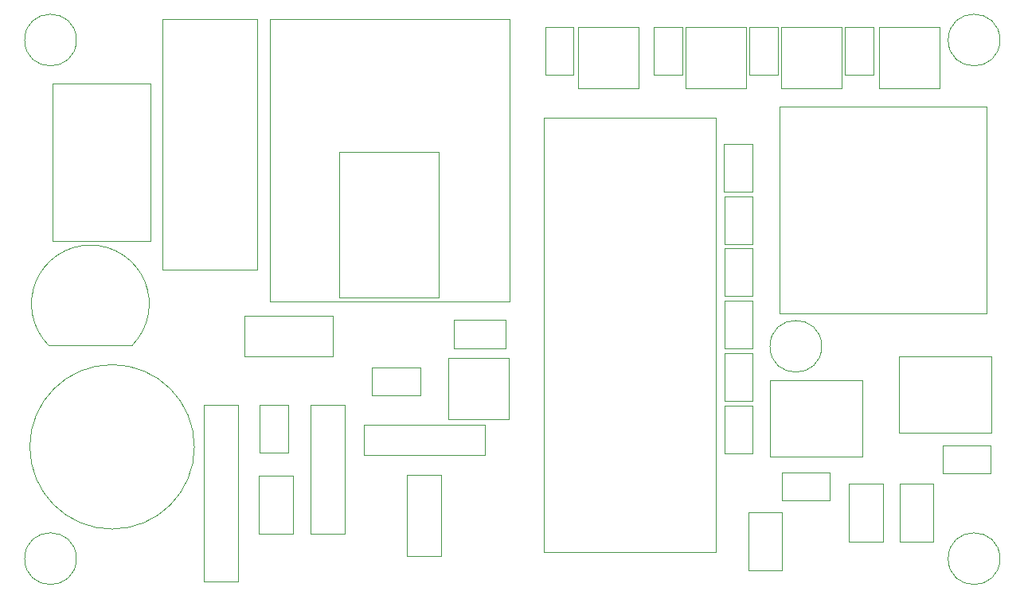
<source format=gbr>
%TF.GenerationSoftware,KiCad,Pcbnew,7.0.9*%
%TF.CreationDate,2024-06-30T11:53:46+02:00*%
%TF.ProjectId,Kicad_Projet_Trains_Sons,4b696361-645f-4507-926f-6a65745f5472,V2*%
%TF.SameCoordinates,Original*%
%TF.FileFunction,Other,User*%
%FSLAX46Y46*%
G04 Gerber Fmt 4.6, Leading zero omitted, Abs format (unit mm)*
G04 Created by KiCad (PCBNEW 7.0.9) date 2024-06-30 11:53:46*
%MOMM*%
%LPD*%
G01*
G04 APERTURE LIST*
%ADD10C,0.050000*%
%ADD11C,0.100000*%
%ADD12C,0.120000*%
G04 APERTURE END LIST*
D10*
%TO.C,D4*%
X119410000Y-39050000D02*
X119410000Y-45550000D01*
X119410000Y-45550000D02*
X125860000Y-45550000D01*
X125860000Y-39050000D02*
X119410000Y-39050000D01*
X125860000Y-45550000D02*
X125860000Y-39050000D01*
%TO.C,J6*%
X79630000Y-79220000D02*
X79630000Y-98070000D01*
X79630000Y-98070000D02*
X83230000Y-98070000D01*
X83230000Y-79220000D02*
X79630000Y-79220000D01*
X83230000Y-98070000D02*
X83230000Y-79220000D01*
%TO.C,REF2*%
X164250000Y-40400000D02*
G75*
G03*
X164250000Y-40400000I-2750000J0D01*
G01*
%TO.C,D3*%
X105567000Y-74255000D02*
X105567000Y-80755000D01*
X105567000Y-80755000D02*
X112017000Y-80755000D01*
X112017000Y-74255000D02*
X105567000Y-74255000D01*
X112017000Y-80755000D02*
X112017000Y-74255000D01*
%TO.C,REF1*%
X66050000Y-40400000D02*
G75*
G03*
X66050000Y-40400000I-2750000J0D01*
G01*
D11*
%TO.C,C1*%
X83915000Y-69755000D02*
X93285000Y-69755000D01*
X83915000Y-74045000D02*
X83915000Y-69755000D01*
X93285000Y-69755000D02*
X93285000Y-74045000D01*
X93285000Y-74045000D02*
X83915000Y-74045000D01*
D10*
%TO.C,R9*%
X137973000Y-73719000D02*
X134973000Y-73719000D01*
X134973000Y-73719000D02*
X134973000Y-78809000D01*
X137973000Y-78809000D02*
X137973000Y-73719000D01*
X134973000Y-78809000D02*
X137973000Y-78809000D01*
D12*
%TO.C,U1*%
X86620000Y-68200000D02*
X86620000Y-38200000D01*
X93970000Y-52300000D02*
X104570000Y-52300000D01*
X93970000Y-67800000D02*
X93970000Y-52300000D01*
X93970000Y-67800000D02*
X104570000Y-67800000D01*
X104570000Y-67800000D02*
X104570000Y-52300000D01*
X112120000Y-38200000D02*
X86620000Y-38200000D01*
X112120000Y-68200000D02*
X86620000Y-68200000D01*
X112120000Y-68200000D02*
X112120000Y-38200000D01*
D10*
%TO.C,R16*%
X134900000Y-56545000D02*
X137900000Y-56545000D01*
X137900000Y-56545000D02*
X137900000Y-51455000D01*
X134900000Y-51455000D02*
X134900000Y-56545000D01*
X137900000Y-51455000D02*
X134900000Y-51455000D01*
%TO.C,J2*%
X153600000Y-87650000D02*
X153600000Y-93800000D01*
X153600000Y-93800000D02*
X157200000Y-93800000D01*
X157200000Y-87650000D02*
X153600000Y-87650000D01*
X157200000Y-93800000D02*
X157200000Y-87650000D01*
%TO.C,D7*%
X151410000Y-39050000D02*
X151410000Y-45550000D01*
X151410000Y-45550000D02*
X157860000Y-45550000D01*
X157860000Y-39050000D02*
X151410000Y-39050000D01*
X157860000Y-45550000D02*
X157860000Y-39050000D01*
%TO.C,J1*%
X73900000Y-45000000D02*
X63500000Y-45000000D01*
X73900000Y-45000000D02*
X73900000Y-61800000D01*
X63500000Y-45000000D02*
X63500000Y-61800000D01*
X73900000Y-61800000D02*
X63500000Y-61800000D01*
%TO.C,U3*%
X139818000Y-76590000D02*
X139818000Y-84740000D01*
X139818000Y-84740000D02*
X149618000Y-84740000D01*
X149618000Y-76590000D02*
X139818000Y-76590000D01*
X149618000Y-84740000D02*
X149618000Y-76590000D01*
%TO.C,R5*%
X137973000Y-57053000D02*
X134973000Y-57053000D01*
X134973000Y-57053000D02*
X134973000Y-62143000D01*
X137973000Y-62143000D02*
X137973000Y-57053000D01*
X134973000Y-62143000D02*
X137973000Y-62143000D01*
D11*
%TO.C,F1*%
X85320000Y-38180000D02*
X75200000Y-38180000D01*
X75200000Y-38180000D02*
X75200000Y-64830000D01*
X75200000Y-64830000D02*
X85320000Y-64830000D01*
X85320000Y-64830000D02*
X85320000Y-38180000D01*
D10*
%TO.C,J7*%
X101200000Y-86700000D02*
X101200000Y-95350000D01*
X101200000Y-95350000D02*
X104800000Y-95350000D01*
X104800000Y-86700000D02*
X101200000Y-86700000D01*
X104800000Y-95350000D02*
X104800000Y-86700000D01*
D11*
%TO.C,U4*%
X140840000Y-47490000D02*
X162840000Y-47490000D01*
X162840000Y-47490000D02*
X162840000Y-69490000D01*
X162840000Y-69490000D02*
X140840000Y-69490000D01*
X140840000Y-69490000D02*
X140840000Y-47490000D01*
D10*
%TO.C,REF3*%
X164250000Y-95600000D02*
G75*
G03*
X164250000Y-95600000I-2750000J0D01*
G01*
%TO.C,R14*%
X147800000Y-44080000D02*
X150800000Y-44080000D01*
X150800000Y-44080000D02*
X150800000Y-38990000D01*
X147800000Y-38990000D02*
X147800000Y-44080000D01*
X150800000Y-38990000D02*
X147800000Y-38990000D01*
%TO.C,R13*%
X137640000Y-44080000D02*
X140640000Y-44080000D01*
X140640000Y-44080000D02*
X140640000Y-38990000D01*
X137640000Y-38990000D02*
X137640000Y-44080000D01*
X140640000Y-38990000D02*
X137640000Y-38990000D01*
%TO.C,C2*%
X106200000Y-70200000D02*
X106200000Y-73200000D01*
X106200000Y-73200000D02*
X111700000Y-73200000D01*
X111700000Y-70200000D02*
X106200000Y-70200000D01*
X111700000Y-73200000D02*
X111700000Y-70200000D01*
D12*
%TO.C,D1*%
X63114724Y-72910280D02*
X71975000Y-72900000D01*
X71974999Y-72899999D02*
G75*
G03*
X63114724Y-72910280I-4435267J4416198D01*
G01*
D10*
%TO.C,R1*%
X97508000Y-75243000D02*
X97508000Y-78243000D01*
X97508000Y-78243000D02*
X102598000Y-78243000D01*
X102598000Y-75243000D02*
X97508000Y-75243000D01*
X102598000Y-78243000D02*
X102598000Y-75243000D01*
%TO.C,R12*%
X127480000Y-44080000D02*
X130480000Y-44080000D01*
X130480000Y-44080000D02*
X130480000Y-38990000D01*
X127480000Y-38990000D02*
X127480000Y-44080000D01*
X130480000Y-38990000D02*
X127480000Y-38990000D01*
%TO.C,D5*%
X130840000Y-39050000D02*
X130840000Y-45550000D01*
X130840000Y-45550000D02*
X137290000Y-45550000D01*
X137290000Y-39050000D02*
X130840000Y-39050000D01*
X137290000Y-45550000D02*
X137290000Y-39050000D01*
%TO.C,D2*%
X109502000Y-84566000D02*
X109502000Y-81366000D01*
X109502000Y-81366000D02*
X96642000Y-81366000D01*
X96642000Y-84566000D02*
X109502000Y-84566000D01*
X96642000Y-81366000D02*
X96642000Y-84566000D01*
%TO.C,REF4*%
X66050000Y-95600000D02*
G75*
G03*
X66050000Y-95600000I-2750000J0D01*
G01*
%TO.C,R15*%
X88550000Y-79255000D02*
X85550000Y-79255000D01*
X85550000Y-79255000D02*
X85550000Y-84345000D01*
X88550000Y-84345000D02*
X88550000Y-79255000D01*
X85550000Y-84345000D02*
X88550000Y-84345000D01*
%TO.C,R2*%
X158155000Y-83550000D02*
X158155000Y-86550000D01*
X158155000Y-86550000D02*
X163245000Y-86550000D01*
X163245000Y-83550000D02*
X158155000Y-83550000D01*
X163245000Y-86550000D02*
X163245000Y-83550000D01*
%TO.C,D6*%
X141000000Y-39050000D02*
X141000000Y-45550000D01*
X141000000Y-45550000D02*
X147450000Y-45550000D01*
X147450000Y-39050000D02*
X141000000Y-39050000D01*
X147450000Y-45550000D02*
X147450000Y-39050000D01*
%TO.C,R6*%
X137973000Y-62543000D02*
X134973000Y-62543000D01*
X134973000Y-62543000D02*
X134973000Y-67633000D01*
X137973000Y-67633000D02*
X137973000Y-62543000D01*
X134973000Y-67633000D02*
X137973000Y-67633000D01*
%TO.C,J4*%
X90985000Y-79200000D02*
X90985000Y-92950000D01*
X90985000Y-92950000D02*
X94585000Y-92950000D01*
X94585000Y-79200000D02*
X90985000Y-79200000D01*
X94585000Y-92950000D02*
X94585000Y-79200000D01*
%TO.C,J3*%
X148200000Y-87625000D02*
X148200000Y-93775000D01*
X148200000Y-93775000D02*
X151800000Y-93775000D01*
X151800000Y-87625000D02*
X148200000Y-87625000D01*
X151800000Y-93775000D02*
X151800000Y-87625000D01*
%TO.C,A1*%
X115766000Y-48680000D02*
X115766000Y-94900000D01*
X115766000Y-48680000D02*
X134046000Y-48680000D01*
X134046000Y-94900000D02*
X115766000Y-94900000D01*
X134046000Y-94900000D02*
X134046000Y-48680000D01*
%TO.C,R7*%
X137973000Y-68131000D02*
X134973000Y-68131000D01*
X134973000Y-68131000D02*
X134973000Y-73221000D01*
X137973000Y-73221000D02*
X137973000Y-68131000D01*
X134973000Y-73221000D02*
X137973000Y-73221000D01*
%TO.C,R11*%
X115900000Y-44080000D02*
X118900000Y-44080000D01*
X118900000Y-44080000D02*
X118900000Y-38990000D01*
X115900000Y-38990000D02*
X115900000Y-44080000D01*
X118900000Y-38990000D02*
X115900000Y-38990000D01*
%TO.C,J5*%
X85450000Y-86775000D02*
X85450000Y-92925000D01*
X85450000Y-92925000D02*
X89050000Y-92925000D01*
X89050000Y-86775000D02*
X85450000Y-86775000D01*
X89050000Y-92925000D02*
X89050000Y-86775000D01*
%TO.C,C3*%
X78600000Y-83700000D02*
G75*
G03*
X78600000Y-83700000I-8750000J0D01*
G01*
%TO.C,R10*%
X137973000Y-79307000D02*
X134973000Y-79307000D01*
X134973000Y-79307000D02*
X134973000Y-84397000D01*
X137973000Y-84397000D02*
X137973000Y-79307000D01*
X134973000Y-84397000D02*
X137973000Y-84397000D01*
%TO.C,C4*%
X145300000Y-73000000D02*
G75*
G03*
X145300000Y-73000000I-2750000J0D01*
G01*
%TO.C,R4*%
X141040000Y-86419000D02*
X141040000Y-89419000D01*
X141040000Y-89419000D02*
X146130000Y-89419000D01*
X146130000Y-86419000D02*
X141040000Y-86419000D01*
X146130000Y-89419000D02*
X146130000Y-86419000D01*
%TO.C,J8*%
X137500000Y-90660000D02*
X137500000Y-96810000D01*
X137500000Y-96810000D02*
X141100000Y-96810000D01*
X141100000Y-90660000D02*
X137500000Y-90660000D01*
X141100000Y-96810000D02*
X141100000Y-90660000D01*
%TO.C,U2*%
X153544000Y-74065000D02*
X153544000Y-82215000D01*
X153544000Y-82215000D02*
X163344000Y-82215000D01*
X163344000Y-74065000D02*
X153544000Y-74065000D01*
X163344000Y-82215000D02*
X163344000Y-74065000D01*
%TD*%
M02*

</source>
